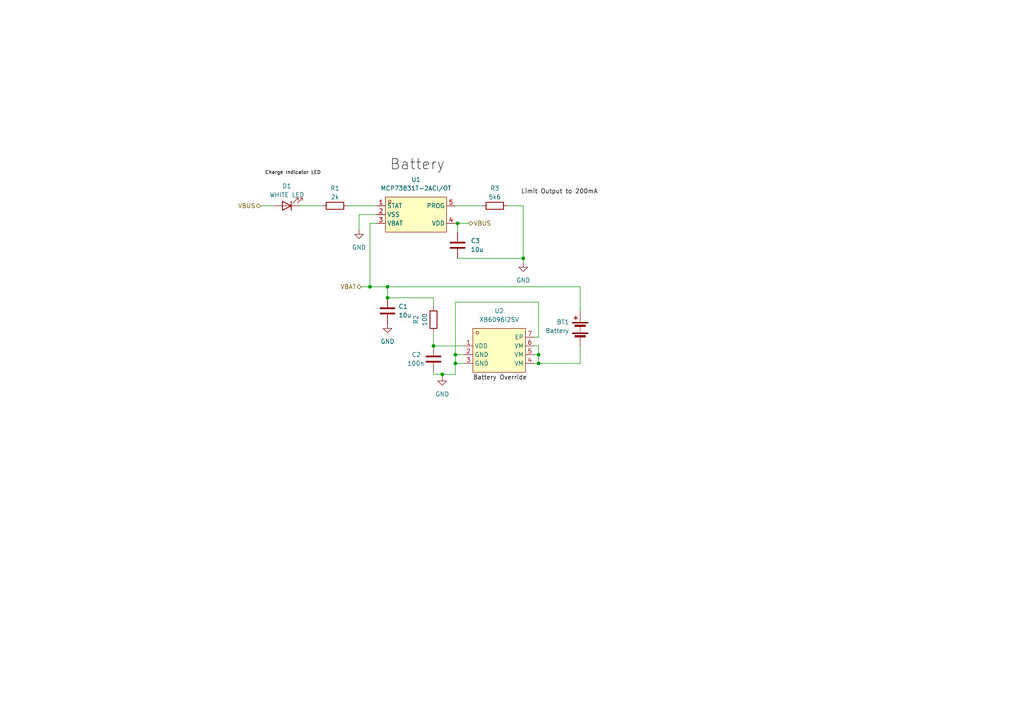
<source format=kicad_sch>
(kicad_sch (version 20230121) (generator eeschema)
  (paper "A4")
  (title_block (title "BLEEarrings (Blade Runner)") (date "2023-10-30") (rev "00.00") (company "Kitty and Dom"))
  (lib_symbols
    (symbol "Device:Battery" (pin_numbers hide) (pin_names (offset 0) hide)
      (property "Reference" "BT" (at 2.54 2.54 0))
      (property "Value" "Battery" (at 2.54 0 0))
      (symbol "Battery_0_1"
        (rectangle (start -2.286 -1.27) (end 2.286 -1.524) (fill (type outline)))
        (rectangle (start -2.286 1.778) (end 2.286 1.524) (fill (type outline)))
        (rectangle (start -1.524 -2.032) (end 1.524 -2.54) (fill (type outline)))
        (rectangle (start -1.524 1.016) (end 1.524 0.508) (fill (type outline)))
        (polyline (pts (xy 0 -1.016) (xy 0 -0.762)))
        (polyline (pts (xy 0 -0.508) (xy 0 -0.254)))
        (polyline (pts (xy 0 0) (xy 0 0.254)))
        (polyline (pts (xy 0 1.778) (xy 0 2.54)))
        (polyline (pts (xy 0.762 3.048) (xy 1.778 3.048)) (stroke (width 0.254)))
        (polyline (pts (xy 1.27 3.556) (xy 1.27 2.54)) (stroke (width 0.254)))
      )
      (symbol "Battery_1_1"
        (pin passive line (at 0 5.08 270) (length 2.54) (name "+") (number "1"))
        (pin passive line (at 0 -5.08 90) (length 2.54) (name "-") (number "2"))
      )
    )
    (symbol "Device:C" (pin_numbers hide) (pin_names (offset 0.254))
      (property "Reference" "C" (at 0.635 2.54 0))
      (property "Value" "C" (at 0.635 -2.54 0))
      (symbol "C_0_1"
        (polyline (pts (xy -2.032 -0.762) (xy 2.032 -0.762)) (stroke (width 0.508)))
        (polyline (pts (xy -2.032 0.762) (xy 2.032 0.762)) (stroke (width 0.508)))
      )
      (symbol "C_1_1"
        (pin passive line (at 0 3.81 270) (length 2.794) (name "~") (number "1"))
        (pin passive line (at 0 -3.81 90) (length 2.794) (name "~") (number "2"))
      )
    )
    (symbol "Device:LED" (pin_numbers hide) (pin_names (offset 1.016) hide)
      (property "Reference" "D" (at 0 2.54 0))
      (property "Value" "LED" (at 0 -2.54 0))
      (symbol "LED_0_1"
        (polyline (pts (xy -1.27 -1.27) (xy -1.27 1.27)) (stroke (width 0.254)))
        (polyline (pts (xy -1.27 0) (xy 1.27 0)))
        (polyline (pts (xy 1.27 -1.27) (xy 1.27 1.27) (xy -1.27 0) (xy 1.27 -1.27)) (stroke (width 0.254)))
        (polyline (pts (xy -3.048 -0.762) (xy -4.572 -2.286) (xy -3.81 -2.286) (xy -4.572 -2.286) (xy -4.572 -1.524)))
        (polyline (pts (xy -1.778 -0.762) (xy -3.302 -2.286) (xy -2.54 -2.286) (xy -3.302 -2.286) (xy -3.302 -1.524)))
      )
      (symbol "LED_1_1"
        (pin passive line (at -3.81 0 0) (length 2.54) (name "K") (number "1"))
        (pin passive line (at 3.81 0 180) (length 2.54) (name "A") (number "2"))
      )
    )
    (symbol "Device:R" (pin_numbers hide) (pin_names (offset 0))
      (property "Reference" "R" (at 2.032 0 90))
      (property "Value" "R" (at 0 0 90))
      (symbol "R_0_1"
        (rectangle (start -1.016 -2.54) (end 1.016 2.54) (stroke (width 0.254)))
      )
      (symbol "R_1_1"
        (pin passive line (at 0 3.81 270) (length 1.27) (name "~") (number "1"))
        (pin passive line (at 0 -3.81 90) (length 1.27) (name "~") (number "2"))
      )
    )
    (symbol "easyeda2kicad:MCP73831T-2ACI_OT"
      (property "Reference" "U" (at 0 7.62 0))
      (property "Value" "MCP73831T-2ACI/OT" (at 0 -7.62 0))
      (symbol "MCP73831T-2ACI_OT_0_1"
        (rectangle (start -8.89 5.08) (end 8.89 -5.08) (fill (type background)))
        (circle (center -7.62 3.81) (radius 0.38))
        (pin unspecified line (at -11.43 2.54 0) (length 2.54) (name "STAT") (number "1"))
        (pin unspecified line (at -11.43 0 0) (length 2.54) (name "VSS") (number "2"))
        (pin unspecified line (at -11.43 -2.54 0) (length 2.54) (name "VBAT") (number "3"))
        (pin unspecified line (at 11.43 -2.54 180) (length 2.54) (name "VDD") (number "4"))
        (pin unspecified line (at 11.43 2.54 180) (length 2.54) (name "PROG") (number "5"))
      )
    )
    (symbol "easyeda2kicad:XB6096I2SV"
      (property "Reference" "U" (at 0 10.16 0))
      (property "Value" "XB6096I2SV" (at 0 -7.62 0))
      (symbol "XB6096I2SV_0_1"
        (rectangle (start -7.62 7.62) (end 7.62 -5.08) (fill (type background)))
        (circle (center -6.35 6.35) (radius 0.38))
        (pin unspecified line (at -10.16 2.54 0) (length 2.54) (name "VDD") (number "1"))
        (pin unspecified line (at -10.16 0 0) (length 2.54) (name "GND") (number "2"))
        (pin unspecified line (at -10.16 -2.54 0) (length 2.54) (name "GND") (number "3"))
        (pin unspecified line (at 10.16 -2.54 180) (length 2.54) (name "VM") (number "4"))
        (pin unspecified line (at 10.16 0 180) (length 2.54) (name "VM") (number "5"))
        (pin unspecified line (at 10.16 2.54 180) (length 2.54) (name "VM") (number "6"))
        (pin unspecified line (at 10.16 5.08 180) (length 2.54) (name "EP") (number "7"))
      )
    )
    (symbol "power:GND" (power) (pin_names (offset 0))
      (property "Value" "GND" (at 0 -3.81 0))
      (symbol "GND_0_1"
        (polyline (pts (xy 0 0) (xy 0 -1.27) (xy 1.27 -1.27) (xy 0 -2.54) (xy -1.27 -1.27) (xy 0 -1.27)))
      )
      (symbol "GND_1_1"
        (pin power_in line (at 0 0 270) (length 0) hide (name "GND") (number "1"))
      )
    )
  )
  (junction (at 132.715 64.77))
  (junction (at 132.08 102.87))
  (junction (at 125.73 100.33))
  (junction (at 107.315 83.185))
  (junction (at 112.395 83.185))
  (junction (at 132.08 105.41))
  (junction (at 112.395 86.36))
  (junction (at 151.765 74.93))
  (junction (at 156.21 102.87))
  (junction (at 128.27 108.585))
  (junction (at 156.21 105.41))
  (wire (pts (xy 156.21 100.33) (xy 154.94 100.33)))
  (wire (pts (xy 125.73 108.585) (xy 128.27 108.585)))
  (wire (pts (xy 128.27 108.585) (xy 128.27 109.22)))
  (wire (pts (xy 132.08 59.69) (xy 139.7 59.69)))
  (wire (pts (xy 104.14 62.23) (xy 109.22 62.23)))
  (wire (pts (xy 156.21 100.33) (xy 156.21 102.87)))
  (wire (pts (xy 107.315 83.185) (xy 112.395 83.185)))
  (wire (pts (xy 75.565 59.69) (xy 79.375 59.69)))
  (wire (pts (xy 156.21 102.87) (xy 156.21 105.41)))
  (wire (pts (xy 132.08 102.87) (xy 132.08 105.41)))
  (wire (pts (xy 107.315 64.77) (xy 109.22 64.77)))
  (wire (pts (xy 107.315 64.77) (xy 107.315 83.185)))
  (wire (pts (xy 125.73 107.95) (xy 125.73 108.585)))
  (wire (pts (xy 125.73 96.52) (xy 125.73 100.33)))
  (wire (pts (xy 112.395 86.36) (xy 125.73 86.36)))
  (wire (pts (xy 151.765 59.69) (xy 147.32 59.69)))
  (wire (pts (xy 156.21 102.87) (xy 154.94 102.87)))
  (wire (pts (xy 132.08 105.41) (xy 134.62 105.41)))
  (wire (pts (xy 125.73 88.9) (xy 125.73 86.36)))
  (wire (pts (xy 128.27 108.585) (xy 132.08 108.585)))
  (wire (pts (xy 156.21 105.41) (xy 154.94 105.41)))
  (wire (pts (xy 132.715 64.77) (xy 135.89 64.77)))
  (wire (pts (xy 132.08 108.585) (xy 132.08 105.41)))
  (wire (pts (xy 132.715 74.93) (xy 151.765 74.93)))
  (wire (pts (xy 132.08 102.87) (xy 134.62 102.87)))
  (wire (pts (xy 151.765 59.69) (xy 151.765 74.93)))
  (wire (pts (xy 132.08 87.63) (xy 132.08 102.87)))
  (wire (pts (xy 104.14 66.675) (xy 104.14 62.23)))
  (wire (pts (xy 156.21 87.63) (xy 132.08 87.63)))
  (wire (pts (xy 168.275 105.41) (xy 156.21 105.41)))
  (wire (pts (xy 168.275 90.17) (xy 168.275 83.185)))
  (wire (pts (xy 132.715 64.77) (xy 132.715 67.31)))
  (wire (pts (xy 156.21 97.79) (xy 156.21 87.63)))
  (wire (pts (xy 168.275 83.185) (xy 112.395 83.185)))
  (wire (pts (xy 112.395 83.185) (xy 112.395 86.36)))
  (wire (pts (xy 132.715 64.77) (xy 132.08 64.77)))
  (wire (pts (xy 168.275 105.41) (xy 168.275 100.33)))
  (wire (pts (xy 86.995 59.69) (xy 93.345 59.69)))
  (wire (pts (xy 151.765 74.93) (xy 151.765 76.2)))
  (wire (pts (xy 156.21 97.79) (xy 154.94 97.79)))
  (wire (pts (xy 100.965 59.69) (xy 109.22 59.69)))
  (wire (pts (xy 104.775 83.185) (xy 107.315 83.185)))
  (wire (pts (xy 125.73 100.33) (xy 134.62 100.33)))
  (label "Battery Override" (at 137.16 110.49 0))
  (label "Battery" (at 113.03 50.165 0) (effects (font (size 3 3))))
  (label "Charge Indicator LED" (at 76.835 50.8 0) (effects (font (size 1 1))))
  (label "Limit Output to 200mA" (at 151.13 56.515 0))
  (hierarchical_label "VBUS" (shape bidirectional) (at 135.89 64.77 0))
  (hierarchical_label "VBAT" (shape bidirectional) (at 104.775 83.185 180))
  (hierarchical_label "VBUS" (shape bidirectional) (at 75.565 59.69 180))
  (symbol (lib_id "Device:LED") (at 83.185 59.69 180) (unit 1)
    (property "Reference" "D1" (at 83.185 53.975 0))
    (property "Value" "WHITE LED" (at 83.185 56.515 0))
    (property "Footprint" "LED_SMD:LED_0603_1608Metric_Pad1.05x0.95mm_HandSolder" (effects hide))
  )
  (symbol (lib_id "power:GND") (at 128.27 109.22 0) (unit 1)
    (property "Reference" "#PWR05" (effects hide))
    (property "Value" "GND" (at 128.27 114.3 0))
    (instances (project "Dock" (path "" (reference "#PWR05") (unit 1))) (project "BLEEarrings" (path "" (reference "#PWR04") (unit 1)) (path "" (reference "#PWR04") (unit 1))))
  )
  (symbol (lib_id "Device:C") (at 125.73 104.14 0) (unit 1)
    (property "Reference" "C2" (at 119.38 102.87 0) (effects (justify left)))
    (property "Value" "100n" (at 118.11 105.41 0) (effects (justify left)))
    (property "Footprint" "Capacitor_SMD:C_0402_1005Metric_Pad0.74x0.62mm_HandSolder" (effects hide))
    (instances (project "Dock" (path "" (reference "C2") (unit 1))) (project "BLEEarrings" (path "" (reference "C2") (unit 1)) (path "" (reference "C18") (unit 1))))
  )
  (symbol (lib_id "Device:R") (at 125.73 92.71 180) (unit 1)
    (property "Reference" "R2" (at 120.65 92.71 90))
    (property "Value" "100" (at 123.19 92.71 90))
    (property "Footprint" "Resistor_SMD:R_0402_1005Metric_Pad0.72x0.64mm_HandSolder" (effects hide))
    (instances (project "Dock" (path "" (reference "R2") (unit 1))) (project "BLEEarrings" (path "" (reference "R5") (unit 1)) (path "" (reference "R3") (unit 1))))
  )
  (symbol (lib_id "power:GND") (at 104.14 66.675 0) (unit 1)
    (property "Reference" "#PWR01" (effects hide))
    (property "Value" "GND" (at 104.14 71.755 0))
    (instances (project "Dock" (path "" (reference "#PWR01") (unit 1))) (project "BLEEarrings" (path "" (reference "#PWR06") (unit 1)) (path "" (reference "#PWR022") (unit 1))))
  )
  (symbol (lib_id "power:GND") (at 151.765 76.2 0) (unit 1)
    (property "Reference" "#PWR04" (effects hide))
    (property "Value" "GND" (at 151.765 81.28 0))
    (instances (project "Dock" (path "" (reference "#PWR04") (unit 1))) (project "BLEEarrings" (path "" (reference "#PWR01") (unit 1)) (path "" (reference "#PWR024") (unit 1))))
  )
  (symbol (lib_id "easyeda2kicad:MCP73831T-2ACI_OT") (at 120.65 62.23 0) (unit 1)
    (property "Reference" "U1" (at 120.65 52.07 0))
    (property "Value" "MCP73831T-2ACI/OT" (at 120.65 54.61 0))
    (property "Footprint" "easyeda2kicad:SOT-23-5_L3.0-W1.7-P0.95-LS2.8-BL" (effects hide))
    (property "Datasheet" "https://lcsc.com/product-detail/PMIC-Battery-Management_Microchip-Tech-MCP73831T-2ACI-OT_C424093.html" (effects hide))
    (property "LCSC Part" "C424093" (effects hide))
    (instances (project "Dock" (path "" (reference "U1") (unit 1))) (project "BLEEarrings" (path "" (reference "U2") (unit 1)) (path "" (reference "U1") (unit 1))))
  )
  (symbol (lib_id "Device:C") (at 132.715 71.12 0) (unit 1)
    (property "Reference" "C3" (at 136.525 69.85 0) (effects (justify left)))
    (property "Value" "10u" (at 136.525 72.39 0) (effects (justify left)))
    (property "Footprint" "Capacitor_SMD:C_0402_1005Metric_Pad0.74x0.62mm_HandSolder" (effects hide))
    (instances (project "Dock" (path "" (reference "C3") (unit 1))) (project "BLEEarrings" (path "" (reference "C3") (unit 1)) (path "" (reference "C19") (unit 1))))
  )
  (symbol (lib_id "Device:R") (at 97.155 59.69 90) (unit 1)
    (property "Reference" "R1" (at 97.155 54.61 90))
    (property "Value" "2k" (at 97.155 57.15 90))
    (property "Footprint" "Resistor_SMD:R_0402_1005Metric_Pad0.72x0.64mm_HandSolder" (effects hide))
  )
  (symbol (lib_id "Device:C") (at 112.395 90.17 0) (unit 1)
    (property "Reference" "C1" (at 115.57 88.9 0) (effects (justify left)))
    (property "Value" "10u" (at 115.57 91.44 0) (effects (justify left)))
    (property "Footprint" "Capacitor_SMD:C_0402_1005Metric_Pad0.74x0.62mm_HandSolder" (effects hide))
    (instances (project "Dock" (path "" (reference "C1") (unit 1))) (project "BLEEarrings" (path "" (reference "C1") (unit 1)) (path "" (reference "C13") (unit 1))))
  )
  (symbol (lib_id "easyeda2kicad:XB6096I2SV") (at 144.78 102.87 0) (unit 1)
    (property "Reference" "U2" (at 144.78 90.17 0))
    (property "Value" "XB6096I2SV" (at 144.78 92.71 0))
    (property "Footprint" "easyeda2kicad:WDFN-6_L2.0-W2.0-P0.65-BL-EP" (effects hide))
    (property "LCSC Part" "C2998744" (effects hide))
    (instances (project "Dock" (path "" (reference "U2") (unit 1))) (project "BLEEarrings" (path "" (reference "U1") (unit 1)) (path "" (reference "U2") (unit 1))))
  )
  (symbol (lib_id "Device:R") (at 143.51 59.69 90) (unit 1)
    (property "Reference" "R3" (at 143.51 54.61 90))
    (property "Value" "5k6" (at 143.51 57.15 90))
    (property "Footprint" "Resistor_SMD:R_0402_1005Metric_Pad0.72x0.64mm_HandSolder" (effects hide))
    (instances (project "Dock" (path "" (reference "R3") (unit 1))) (project "BLEEarrings" (path "" (reference "R2") (unit 1)) (path "" (reference "R4") (unit 1))))
  )
  (symbol (lib_id "Device:Battery") (at 168.275 95.25 0) (mirror y) (unit 1)
    (property "Reference" "BT1" (at 165.1 93.4085 0) (effects (justify left)))
    (property "Value" "Battery" (at 165.1 95.9485 0) (effects (justify left)))
    (property "Footprint" "easyeda2kicad:CONN-TH_1.25-2AW" (effects hide))
  )
  (symbol (lib_id "power:GND") (at 112.395 93.98 0) (unit 1)
    (property "Reference" "#PWR03" (effects hide))
    (property "Value" "GND" (at 112.395 99.06 0))
    (instances (project "Dock" (path "" (reference "#PWR03") (unit 1))) (project "BLEEarrings" (path "" (reference "#PWR02") (unit 1)) (path "" (reference "#PWR023") (unit 1))))
  )
)
</source>
